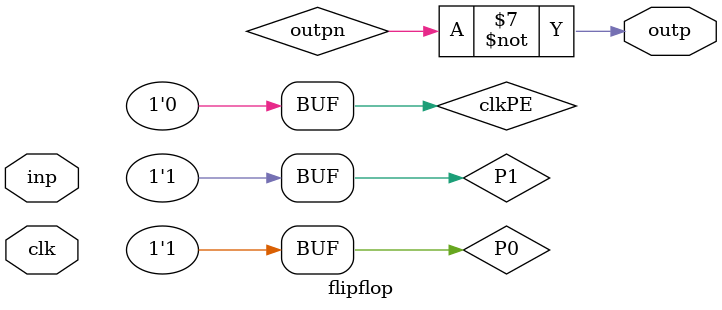
<source format=v>
module flipflop
    (
        input   inp,
        input   clk,
        output  outp
    );

    wire P0;
    wire P1;
    wire inpn;
    wire outpn;
    wire clkN;
    wire clkPE;

    not(clkN, clk);
    and(clkPE, clk, clkN);

    not(inpn, inp);
    nand(P0, inp, clkPE);
    nand(P1, inpn, clkPE);
    nand(outp, P0, outpn);
    nand(outpn, P1, outp);
endmodule
</source>
